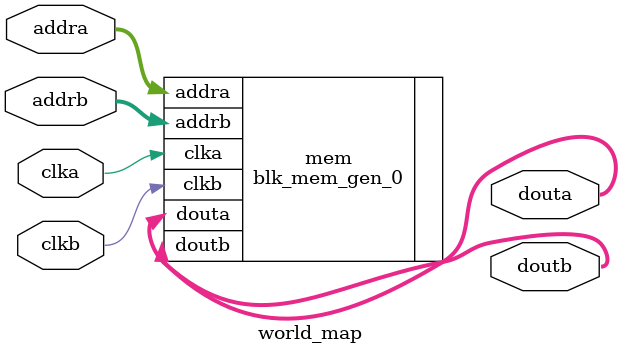
<source format=v>
/*******************************************************************************
*     This file is owned and controlled by Xilinx and must be used solely      *
*     for design, simulation, implementation and creation of design files      *
*     limited to Xilinx devices or technologies. Use with non-Xilinx           *
*     devices or technologies is expressly prohibited and immediately          *
*     terminates your license.                                                 *
*                                                                              *
*     XILINX IS PROVIDING THIS DESIGN, CODE, OR INFORMATION "AS IS" SOLELY     *
*     FOR USE IN DEVELOPING PROGRAMS AND SOLUTIONS FOR XILINX DEVICES.  BY     *
*     PROVIDING THIS DESIGN, CODE, OR INFORMATION AS ONE POSSIBLE              *
*     IMPLEMENTATION OF THIS FEATURE, APPLICATION OR STANDARD, XILINX IS       *
*     MAKING NO REPRESENTATION THAT THIS IMPLEMENTATION IS FREE FROM ANY       *
*     CLAIMS OF INFRINGEMENT, AND YOU ARE RESPONSIBLE FOR OBTAINING ANY        *
*     RIGHTS YOU MAY REQUIRE FOR YOUR IMPLEMENTATION.  XILINX EXPRESSLY        *
*     DISCLAIMS ANY WARRANTY WHATSOEVER WITH RESPECT TO THE ADEQUACY OF THE    *
*     IMPLEMENTATION, INCLUDING BUT NOT LIMITED TO ANY WARRANTIES OR           *
*     REPRESENTATIONS THAT THIS IMPLEMENTATION IS FREE FROM CLAIMS OF          *
*     INFRINGEMENT, IMPLIED WARRANTIES OF MERCHANTABILITY AND FITNESS FOR A    *
*     PARTICULAR PURPOSE.                                                      *
*                                                                              *
*     Xilinx products are not intended for use in life support appliances,     *
*     devices, or systems.  Use in such applications are expressly             *
*     prohibited.                                                              *
*                                                                              *
*     (c) Copyright 1995-2012 Xilinx, Inc.                                     *
*     All rights reserved.                                                     *
*******************************************************************************/
// You must compile the wrapper file world_map.v when simulating
// the core, world_map. When compiling the wrapper file, be sure to
// reference the XilinxCoreLib Verilog simulation library. For detailed
// instructions, please refer to the "CORE Generator Help".

// The synthesis directives "translate_off/translate_on" specified below are
// supported by Xilinx, Mentor Graphics and Synplicity synthesis
// tools. Ensure they are correct for your synthesis tool(s).

`timescale 1ns/1ps

module world_map(
  clka,
  addra,
  douta,
  clkb,
  addrb,
  doutb
);

input clka;
input [13 : 0] addra;
output [1 : 0] douta;
input clkb;
input [13 : 0] addrb;
output [1 : 0] doutb;

blk_mem_gen_0 mem (
  .clka(clka),    // input wire clka
  .addra(addra),  // input wire [13 : 0] addra
  .douta(douta),  // output wire [1 : 0] douta
  .clkb(clkb),    // input wire clkb
  .addrb(addrb),  // input wire [13 : 0] addrb
  .doutb(doutb)  // output wire [1 : 0] doutb
);
endmodule

</source>
